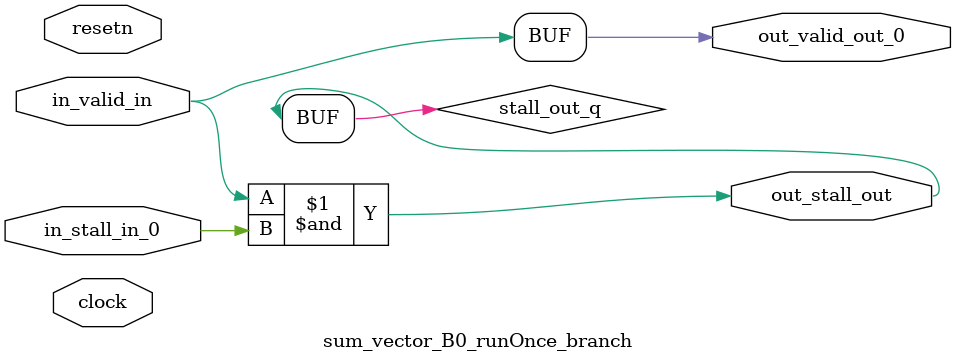
<source format=sv>



(* altera_attribute = "-name AUTO_SHIFT_REGISTER_RECOGNITION OFF; -name MESSAGE_DISABLE 10036; -name MESSAGE_DISABLE 10037; -name MESSAGE_DISABLE 14130; -name MESSAGE_DISABLE 14320; -name MESSAGE_DISABLE 15400; -name MESSAGE_DISABLE 14130; -name MESSAGE_DISABLE 10036; -name MESSAGE_DISABLE 12020; -name MESSAGE_DISABLE 12030; -name MESSAGE_DISABLE 12010; -name MESSAGE_DISABLE 12110; -name MESSAGE_DISABLE 14320; -name MESSAGE_DISABLE 13410; -name MESSAGE_DISABLE 113007; -name MESSAGE_DISABLE 10958" *)
module sum_vector_B0_runOnce_branch (
    input wire [0:0] in_stall_in_0,
    input wire [0:0] in_valid_in,
    output wire [0:0] out_stall_out,
    output wire [0:0] out_valid_out_0,
    input wire clock,
    input wire resetn
    );

    wire [0:0] stall_out_q;


    // stall_out(LOGICAL,6)
    assign stall_out_q = in_valid_in & in_stall_in_0;

    // out_stall_out(GPOUT,4)
    assign out_stall_out = stall_out_q;

    // out_valid_out_0(GPOUT,5)
    assign out_valid_out_0 = in_valid_in;

endmodule

</source>
